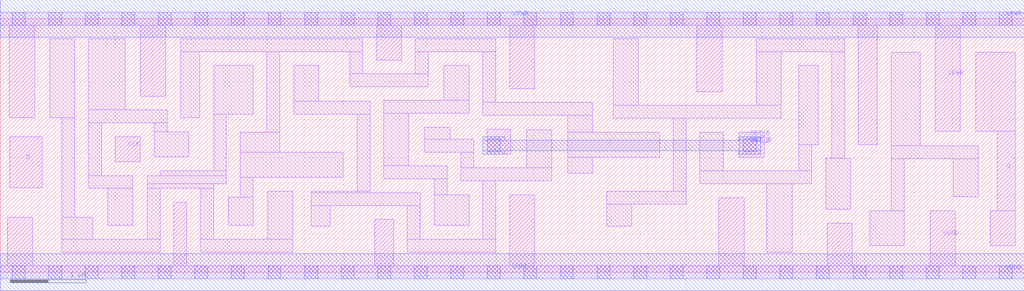
<source format=lef>
# Copyright 2020 The SkyWater PDK Authors
#
# Licensed under the Apache License, Version 2.0 (the "License");
# you may not use this file except in compliance with the License.
# You may obtain a copy of the License at
#
#     https://www.apache.org/licenses/LICENSE-2.0
#
# Unless required by applicable law or agreed to in writing, software
# distributed under the License is distributed on an "AS IS" BASIS,
# WITHOUT WARRANTIES OR CONDITIONS OF ANY KIND, either express or implied.
# See the License for the specific language governing permissions and
# limitations under the License.
#
# SPDX-License-Identifier: Apache-2.0

VERSION 5.7 ;
  NAMESCASESENSITIVE ON ;
  NOWIREEXTENSIONATPIN ON ;
  DIVIDERCHAR "/" ;
  BUSBITCHARS "[]" ;
UNITS
  DATABASE MICRONS 200 ;
END UNITS
MACRO sky130_fd_sc_lp__dfstp_lp
  CLASS CORE ;
  SOURCE USER ;
  FOREIGN sky130_fd_sc_lp__dfstp_lp ;
  ORIGIN  0.000000  0.000000 ;
  SIZE  13.44000 BY  3.330000 ;
  SYMMETRY X Y R90 ;
  SITE unit ;
  PIN D
    ANTENNAGATEAREA  0.376000 ;
    DIRECTION INPUT ;
    USE SIGNAL ;
    PORT
      LAYER li1 ;
        RECT 0.125000 1.110000 0.550000 1.780000 ;
    END
  END D
  PIN Q
    ANTENNADIFFAREA  0.404700 ;
    DIRECTION OUTPUT ;
    USE SIGNAL ;
    PORT
      LAYER li1 ;
        RECT 12.805000 1.850000 13.325000 2.890000 ;
        RECT 12.995000 0.350000 13.325000 0.810000 ;
        RECT 13.085000 0.810000 13.325000 1.850000 ;
    END
  END Q
  PIN SET_B
    ANTENNAGATEAREA  0.626000 ;
    DIRECTION INPUT ;
    USE SIGNAL ;
    PORT
      LAYER li1 ;
        RECT 6.395000 1.550000  6.700000 1.880000 ;
        RECT 9.700000 1.510000 10.030000 1.840000 ;
      LAYER mcon ;
        RECT 6.395000 1.580000 6.565000 1.750000 ;
        RECT 9.755000 1.580000 9.925000 1.750000 ;
      LAYER met1 ;
        RECT 6.335000 1.550000 6.625000 1.595000 ;
        RECT 6.335000 1.595000 9.985000 1.735000 ;
        RECT 6.335000 1.735000 6.625000 1.780000 ;
        RECT 9.695000 1.550000 9.985000 1.595000 ;
        RECT 9.695000 1.735000 9.985000 1.780000 ;
    END
  END SET_B
  PIN CLK
    ANTENNAGATEAREA  0.376000 ;
    DIRECTION INPUT ;
    USE CLOCK ;
    PORT
      LAYER li1 ;
        RECT 1.510000 1.450000 1.840000 1.780000 ;
    END
  END CLK
  PIN VGND
    DIRECTION INOUT ;
    USE GROUND ;
    PORT
      LAYER li1 ;
        RECT  0.000000 -0.085000 13.440000 0.085000 ;
        RECT  0.095000  0.085000  0.425000 0.725000 ;
        RECT  2.280000  0.085000  2.450000 0.920000 ;
        RECT  4.915000  0.085000  5.165000 0.695000 ;
        RECT  6.685000  0.085000  7.015000 1.020000 ;
        RECT  9.435000  0.085000  9.765000 0.980000 ;
        RECT 10.855000  0.085000 11.185000 0.645000 ;
        RECT 12.205000  0.085000 12.535000 0.810000 ;
      LAYER mcon ;
        RECT  0.155000 -0.085000  0.325000 0.085000 ;
        RECT  0.635000 -0.085000  0.805000 0.085000 ;
        RECT  1.115000 -0.085000  1.285000 0.085000 ;
        RECT  1.595000 -0.085000  1.765000 0.085000 ;
        RECT  2.075000 -0.085000  2.245000 0.085000 ;
        RECT  2.555000 -0.085000  2.725000 0.085000 ;
        RECT  3.035000 -0.085000  3.205000 0.085000 ;
        RECT  3.515000 -0.085000  3.685000 0.085000 ;
        RECT  3.995000 -0.085000  4.165000 0.085000 ;
        RECT  4.475000 -0.085000  4.645000 0.085000 ;
        RECT  4.955000 -0.085000  5.125000 0.085000 ;
        RECT  5.435000 -0.085000  5.605000 0.085000 ;
        RECT  5.915000 -0.085000  6.085000 0.085000 ;
        RECT  6.395000 -0.085000  6.565000 0.085000 ;
        RECT  6.875000 -0.085000  7.045000 0.085000 ;
        RECT  7.355000 -0.085000  7.525000 0.085000 ;
        RECT  7.835000 -0.085000  8.005000 0.085000 ;
        RECT  8.315000 -0.085000  8.485000 0.085000 ;
        RECT  8.795000 -0.085000  8.965000 0.085000 ;
        RECT  9.275000 -0.085000  9.445000 0.085000 ;
        RECT  9.755000 -0.085000  9.925000 0.085000 ;
        RECT 10.235000 -0.085000 10.405000 0.085000 ;
        RECT 10.715000 -0.085000 10.885000 0.085000 ;
        RECT 11.195000 -0.085000 11.365000 0.085000 ;
        RECT 11.675000 -0.085000 11.845000 0.085000 ;
        RECT 12.155000 -0.085000 12.325000 0.085000 ;
        RECT 12.635000 -0.085000 12.805000 0.085000 ;
        RECT 13.115000 -0.085000 13.285000 0.085000 ;
      LAYER met1 ;
        RECT 0.000000 -0.245000 13.440000 0.245000 ;
    END
  END VGND
  PIN VPWR
    DIRECTION INOUT ;
    USE POWER ;
    PORT
      LAYER li1 ;
        RECT  0.000000 3.245000 13.440000 3.415000 ;
        RECT  0.120000 2.025000  0.450000 3.245000 ;
        RECT  1.840000 2.310000  2.170000 3.245000 ;
        RECT  4.940000 2.785000  5.270000 3.245000 ;
        RECT  6.685000 2.410000  7.015000 3.245000 ;
        RECT  9.145000 2.370000  9.475000 3.245000 ;
        RECT 11.265000 1.675000 11.515000 3.245000 ;
        RECT 12.275000 1.850000 12.605000 3.245000 ;
      LAYER mcon ;
        RECT  0.155000 3.245000  0.325000 3.415000 ;
        RECT  0.635000 3.245000  0.805000 3.415000 ;
        RECT  1.115000 3.245000  1.285000 3.415000 ;
        RECT  1.595000 3.245000  1.765000 3.415000 ;
        RECT  2.075000 3.245000  2.245000 3.415000 ;
        RECT  2.555000 3.245000  2.725000 3.415000 ;
        RECT  3.035000 3.245000  3.205000 3.415000 ;
        RECT  3.515000 3.245000  3.685000 3.415000 ;
        RECT  3.995000 3.245000  4.165000 3.415000 ;
        RECT  4.475000 3.245000  4.645000 3.415000 ;
        RECT  4.955000 3.245000  5.125000 3.415000 ;
        RECT  5.435000 3.245000  5.605000 3.415000 ;
        RECT  5.915000 3.245000  6.085000 3.415000 ;
        RECT  6.395000 3.245000  6.565000 3.415000 ;
        RECT  6.875000 3.245000  7.045000 3.415000 ;
        RECT  7.355000 3.245000  7.525000 3.415000 ;
        RECT  7.835000 3.245000  8.005000 3.415000 ;
        RECT  8.315000 3.245000  8.485000 3.415000 ;
        RECT  8.795000 3.245000  8.965000 3.415000 ;
        RECT  9.275000 3.245000  9.445000 3.415000 ;
        RECT  9.755000 3.245000  9.925000 3.415000 ;
        RECT 10.235000 3.245000 10.405000 3.415000 ;
        RECT 10.715000 3.245000 10.885000 3.415000 ;
        RECT 11.195000 3.245000 11.365000 3.415000 ;
        RECT 11.675000 3.245000 11.845000 3.415000 ;
        RECT 12.155000 3.245000 12.325000 3.415000 ;
        RECT 12.635000 3.245000 12.805000 3.415000 ;
        RECT 13.115000 3.245000 13.285000 3.415000 ;
      LAYER met1 ;
        RECT 0.000000 3.085000 13.440000 3.575000 ;
    END
  END VPWR
  OBS
    LAYER li1 ;
      RECT  0.650000 2.025000  0.980000 3.065000 ;
      RECT  0.810000 0.265000  2.100000 0.435000 ;
      RECT  0.810000 0.435000  1.215000 0.725000 ;
      RECT  0.810000 0.725000  0.980000 2.025000 ;
      RECT  1.160000 1.100000  1.740000 1.270000 ;
      RECT  1.160000 1.270000  1.330000 1.960000 ;
      RECT  1.160000 1.960000  2.190000 2.130000 ;
      RECT  1.160000 2.130000  1.640000 3.065000 ;
      RECT  1.410000 0.615000  1.740000 1.100000 ;
      RECT  1.930000 0.435000  2.100000 1.100000 ;
      RECT  1.930000 1.100000  2.800000 1.165000 ;
      RECT  1.930000 1.165000  2.970000 1.270000 ;
      RECT  2.020000 1.515000  2.475000 1.845000 ;
      RECT  2.020000 1.845000  2.190000 1.960000 ;
      RECT  2.100000 1.270000  2.970000 1.335000 ;
      RECT  2.370000 2.025000  2.620000 2.895000 ;
      RECT  2.370000 2.895000  4.760000 3.065000 ;
      RECT  2.630000 0.265000  3.840000 0.435000 ;
      RECT  2.630000 0.435000  2.800000 1.100000 ;
      RECT  2.800000 1.335000  2.970000 2.075000 ;
      RECT  2.800000 2.075000  3.320000 2.715000 ;
      RECT  2.990000 0.615000  3.320000 0.985000 ;
      RECT  3.150000 0.985000  3.320000 1.245000 ;
      RECT  3.150000 1.245000  4.505000 1.575000 ;
      RECT  3.150000 1.575000  3.670000 1.840000 ;
      RECT  3.500000 1.840000  3.670000 2.895000 ;
      RECT  3.510000 0.435000  3.840000 1.065000 ;
      RECT  3.850000 2.075000  4.855000 2.245000 ;
      RECT  3.850000 2.245000  4.180000 2.715000 ;
      RECT  4.085000 0.605000  4.335000 0.875000 ;
      RECT  4.085000 0.875000  5.515000 1.045000 ;
      RECT  4.085000 1.045000  4.855000 1.065000 ;
      RECT  4.590000 2.435000  5.620000 2.605000 ;
      RECT  4.590000 2.605000  4.760000 2.895000 ;
      RECT  4.685000 1.065000  4.855000 2.075000 ;
      RECT  5.035000 1.225000  5.865000 1.395000 ;
      RECT  5.035000 1.395000  5.365000 2.085000 ;
      RECT  5.035000 2.085000  6.155000 2.255000 ;
      RECT  5.345000 0.265000  6.505000 0.435000 ;
      RECT  5.345000 0.435000  5.515000 0.875000 ;
      RECT  5.450000 2.605000  5.620000 2.895000 ;
      RECT  5.450000 2.895000  6.505000 3.065000 ;
      RECT  5.575000 1.575000  6.215000 1.745000 ;
      RECT  5.575000 1.745000  5.905000 1.905000 ;
      RECT  5.695000 0.615000  6.155000 1.020000 ;
      RECT  5.695000 1.020000  5.865000 1.225000 ;
      RECT  5.825000 2.255000  6.155000 2.715000 ;
      RECT  6.045000 1.200000  7.240000 1.370000 ;
      RECT  6.045000 1.370000  6.215000 1.575000 ;
      RECT  6.335000 0.435000  6.505000 1.200000 ;
      RECT  6.335000 2.060000  7.780000 2.230000 ;
      RECT  6.335000 2.230000  6.505000 2.895000 ;
      RECT  6.910000 1.370000  7.240000 1.870000 ;
      RECT  7.450000 1.300000  7.780000 1.510000 ;
      RECT  7.450000 1.510000  8.655000 1.840000 ;
      RECT  7.450000 1.840000  7.780000 2.060000 ;
      RECT  7.960000 0.605000  8.290000 0.895000 ;
      RECT  7.960000 0.895000  9.005000 1.065000 ;
      RECT  8.045000 2.020000 10.255000 2.190000 ;
      RECT  8.045000 2.190000  8.375000 3.065000 ;
      RECT  8.835000 1.065000  9.005000 2.020000 ;
      RECT  9.185000 1.160000 10.655000 1.330000 ;
      RECT  9.185000 1.330000  9.490000 1.840000 ;
      RECT  9.925000 2.190000 10.255000 2.895000 ;
      RECT  9.925000 2.895000 11.085000 3.065000 ;
      RECT 10.065000 0.265000 10.395000 1.160000 ;
      RECT 10.485000 1.330000 10.655000 1.675000 ;
      RECT 10.485000 1.675000 10.735000 2.715000 ;
      RECT 10.835000 0.825000 11.165000 1.495000 ;
      RECT 10.915000 1.495000 11.085000 2.895000 ;
      RECT 11.415000 0.350000 11.865000 0.810000 ;
      RECT 11.695000 0.810000 11.865000 1.490000 ;
      RECT 11.695000 1.490000 12.840000 1.660000 ;
      RECT 11.695000 1.660000 12.075000 2.890000 ;
      RECT 12.510000 0.990000 12.840000 1.490000 ;
  END
END sky130_fd_sc_lp__dfstp_lp

</source>
